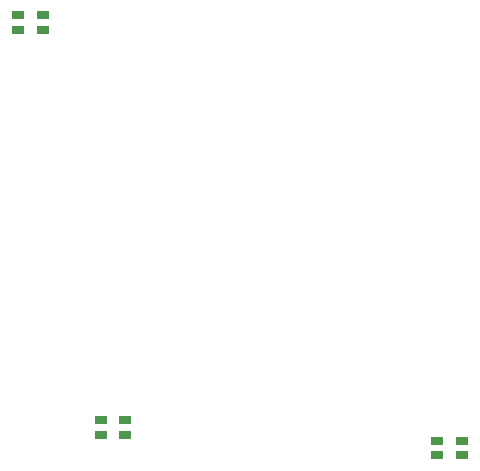
<source format=gbr>
%TF.GenerationSoftware,KiCad,Pcbnew,(5.1.10)-1*%
%TF.CreationDate,2021-10-20T07:51:27+02:00*%
%TF.ProjectId,TVZ_kuglica,54565a5f-6b75-4676-9c69-63612e6b6963,rev?*%
%TF.SameCoordinates,Original*%
%TF.FileFunction,Paste,Top*%
%TF.FilePolarity,Positive*%
%FSLAX46Y46*%
G04 Gerber Fmt 4.6, Leading zero omitted, Abs format (unit mm)*
G04 Created by KiCad (PCBNEW (5.1.10)-1) date 2021-10-20 07:51:27*
%MOMM*%
%LPD*%
G01*
G04 APERTURE LIST*
%ADD10R,1.100000X0.750000*%
G04 APERTURE END LIST*
D10*
%TO.C,D4*%
X131800000Y-109625000D03*
X129700000Y-109625000D03*
X131800000Y-108375000D03*
X129700000Y-108375000D03*
%TD*%
%TO.C,D8*%
X160300000Y-111375000D03*
X158200000Y-111375000D03*
X160300000Y-110125000D03*
X158200000Y-110125000D03*
%TD*%
%TO.C,D3*%
X122700000Y-74125000D03*
X124800000Y-74125000D03*
X122700000Y-75375000D03*
X124800000Y-75375000D03*
%TD*%
M02*

</source>
